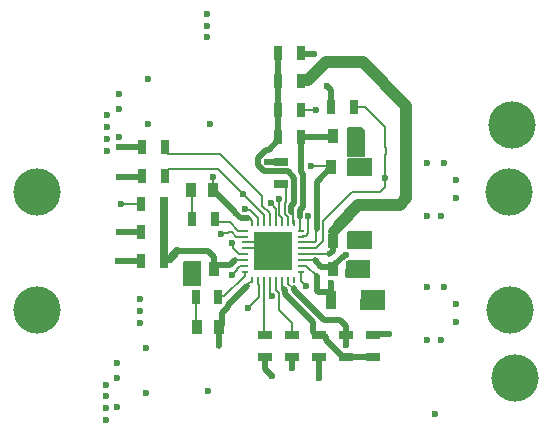
<source format=gbl>
G04*
G04 #@! TF.GenerationSoftware,Altium Limited,Altium Designer,24.1.2 (44)*
G04*
G04 Layer_Physical_Order=6*
G04 Layer_Color=16711680*
%FSLAX44Y44*%
%MOMM*%
G71*
G04*
G04 #@! TF.SameCoordinates,484C763D-0509-4B11-89FF-D8E859C25604*
G04*
G04*
G04 #@! TF.FilePolarity,Positive*
G04*
G01*
G75*
%ADD10C,0.2000*%
%ADD22C,0.5000*%
%ADD23C,4.0000*%
%ADD24C,0.6000*%
%ADD29C,1.0000*%
%ADD30R,0.2300X0.6000*%
%ADD31R,0.6000X0.2300*%
%ADD32R,3.3000X3.3000*%
%ADD33R,1.3000X0.7000*%
%ADD34R,0.9000X1.3000*%
%ADD35R,0.9000X1.6000*%
%ADD36R,0.7000X1.3000*%
%ADD37C,0.7000*%
%ADD38C,0.9000*%
G36*
X325182Y354818D02*
X327739Y352261D01*
Y330081D01*
X312664D01*
X312519Y330432D01*
Y354348D01*
X313433Y355230D01*
X325182Y354818D01*
D02*
G37*
G36*
X333417Y313517D02*
X333066Y313372D01*
X313322D01*
X312440Y314286D01*
X312934Y328372D01*
X313153Y328592D01*
X333417D01*
Y313517D01*
D02*
G37*
G36*
X333510Y251859D02*
X333159Y251714D01*
X313685D01*
X312995Y252000D01*
X312528Y252484D01*
X313027Y266714D01*
X313246Y266934D01*
X333510D01*
Y251859D01*
D02*
G37*
G36*
X332344Y227431D02*
X331993Y227286D01*
X312249D01*
X311367Y228199D01*
X311845Y241822D01*
X312720Y241996D01*
X312726Y242000D01*
X312995D01*
X314215Y242505D01*
X332344D01*
Y227431D01*
D02*
G37*
G36*
X188927Y241488D02*
Y220638D01*
X173853D01*
X173708Y220989D01*
Y240745D01*
X174611Y241638D01*
X188927Y241488D01*
D02*
G37*
G36*
X344785Y200000D02*
X324626D01*
X323744Y200914D01*
X324302Y216821D01*
X324521Y217040D01*
X344785D01*
Y200000D01*
D02*
G37*
%LPC*%
G36*
X181000Y238059D02*
X179830Y237826D01*
X178837Y237163D01*
X178837D01*
X178174Y236171D01*
X177941Y235000D01*
X178174Y233829D01*
X178837Y232837D01*
X179830Y232174D01*
X181000Y231941D01*
X182171Y232174D01*
X183163Y232837D01*
Y232837D01*
X183826Y233829D01*
X184059Y235000D01*
X183826Y236171D01*
X183163Y237163D01*
X182171Y237826D01*
X181000Y238059D01*
D02*
G37*
%LPD*%
D10*
X262350Y274150D02*
X262500Y274000D01*
X260000Y281225D02*
X262350Y278875D01*
X272500Y279270D02*
X272582Y279188D01*
X257000Y307000D02*
X258500D01*
X265500Y283503D02*
X266650Y282353D01*
X260000Y281225D02*
Y290515D01*
X266650Y276700D02*
Y282353D01*
X267350Y274150D02*
Y276000D01*
X255000Y280568D02*
Y294000D01*
X257350Y274150D02*
X257500Y274000D01*
X266650Y276700D02*
X267350Y276000D01*
X255000Y280568D02*
X257350Y278218D01*
X280000Y280000D02*
X280000Y280000D01*
X262350Y274150D02*
Y278875D01*
X272500Y279270D02*
Y279330D01*
X260000Y290515D02*
X261000Y291515D01*
Y304500D01*
X280000Y265107D02*
Y280000D01*
X258500Y307000D02*
X261000Y304500D01*
X257350Y274150D02*
Y278218D01*
X267350Y274150D02*
X267500Y274000D01*
X290517Y247500D02*
X297500D01*
X290017Y248000D02*
X290517Y247500D01*
X282535D02*
X283035Y248000D01*
X274000Y247500D02*
X282535D01*
X274000Y242500D02*
X285500D01*
X283035Y248000D02*
X290017D01*
X277543Y262650D02*
X280000Y265107D01*
X272582Y267650D02*
X272732Y267500D01*
X272582Y267650D02*
Y279188D01*
X272732Y267500D02*
X273500D01*
X275211D02*
X275361Y267650D01*
X274150Y262650D02*
X277543D01*
X274000Y262500D02*
X274150Y262650D01*
X274000Y257500D02*
X285500D01*
X286672Y258672D02*
Y268322D01*
X287000Y268650D01*
X285500Y257500D02*
X286672Y258672D01*
X292500Y275500D02*
X317000Y300000D01*
X292500Y258500D02*
Y275500D01*
X286650Y252650D02*
X292500Y258500D01*
X238000Y262000D02*
X242500Y257500D01*
X247500Y252500D02*
X250000Y250000D01*
X226000Y257500D02*
X242500D01*
X247500Y252500D01*
X206000Y265000D02*
X206765Y265765D01*
X211848D01*
X212082Y266000D01*
X215249D01*
X230478Y277872D02*
X232350Y276000D01*
X229242Y277872D02*
X230478D01*
X266607Y218500D02*
X267540D01*
X262650Y222457D02*
X266607Y218500D01*
X252500Y217025D02*
X255040Y214485D01*
Y199960D02*
Y214485D01*
X258672Y218152D02*
X259152D01*
X252500Y217025D02*
Y226000D01*
X257500Y219323D02*
Y226000D01*
Y219323D02*
X258672Y218152D01*
X266000Y179500D02*
Y189000D01*
X255040Y199960D02*
X266000Y189000D01*
X262650Y222457D02*
Y225850D01*
X282000Y322000D02*
X300500D01*
X218302Y242500D02*
X226000D01*
X218039Y242237D02*
X218302Y242500D01*
X215000Y230000D02*
X219460Y234460D01*
X221694Y237350D02*
X225850D01*
X219460Y234460D02*
Y235116D01*
X221694Y237350D01*
X221318Y247500D02*
X226000D01*
X215765Y253053D02*
Y256235D01*
Y253053D02*
X221318Y247500D01*
X215000Y257000D02*
X215765Y256235D01*
X215249Y266000D02*
X218749Y262500D01*
X226000D01*
X181000Y235000D02*
X181000Y235000D01*
X252500Y274000D02*
Y286163D01*
X274000Y225000D02*
Y232500D01*
Y225000D02*
X278000Y221000D01*
X248000Y290663D02*
Y291000D01*
Y290663D02*
X252500Y286163D01*
X226000Y252500D02*
X247500D01*
X225850Y237350D02*
X226000Y237500D01*
X157500Y242000D02*
X159328Y243828D01*
X274328Y394828D02*
X277703D01*
X273500Y394000D02*
X274328Y394828D01*
X300500Y259000D02*
Y266500D01*
X317000Y300000D02*
X340828D01*
X274150Y252650D02*
X286650D01*
X180500Y301500D02*
X181500Y300500D01*
Y277500D02*
Y300500D01*
X184500Y187000D02*
X185500Y186000D01*
X184500Y187000D02*
Y211000D01*
X226000Y229000D02*
Y232500D01*
X208828Y211828D02*
X226000Y229000D01*
X204328Y211828D02*
X208828D01*
X203500Y211000D02*
X204328Y211828D01*
X228000Y221500D02*
X230500Y224000D01*
X232350D01*
X232500Y224150D02*
Y226000D01*
X232350Y224000D02*
X232500Y224150D01*
X228000Y221000D02*
Y221500D01*
X237650Y222128D02*
Y225850D01*
Y222128D02*
X238000Y221778D01*
Y211000D02*
Y221778D01*
X237500Y226000D02*
X237650Y225850D01*
X229000Y202000D02*
X238000Y211000D01*
X230422Y285235D02*
X237350Y278306D01*
X226765Y285235D02*
X230422D01*
X237350Y274150D02*
Y278306D01*
X345000Y331751D02*
X345540Y332291D01*
Y337709D01*
X345000Y338249D02*
X345540Y337709D01*
X328000Y372000D02*
X345000Y355000D01*
Y338249D02*
Y355000D01*
Y312000D02*
Y331751D01*
X344828Y304000D02*
Y311828D01*
X345000Y312000D01*
X340828Y300000D02*
X344828Y304000D01*
X289000Y160500D02*
Y161500D01*
X271500Y370000D02*
X286000D01*
X138500Y290000D02*
X139500D01*
X121000D02*
X138500D01*
X318500Y372000D02*
X328000D01*
X203791Y319540D02*
X224415Y298915D01*
X181334Y319500D02*
X181374Y319540D01*
X199000Y302000D02*
Y313000D01*
X161000Y319500D02*
X181334D01*
X199000Y302000D02*
X199500Y301500D01*
X158500Y317000D02*
X161000Y319500D01*
X158500Y314000D02*
Y317000D01*
X181374Y319540D02*
X203791D01*
X224415Y298915D02*
X242500Y280831D01*
X226000Y286000D02*
X226765Y285235D01*
X205500Y332500D02*
X241000Y297000D01*
Y288751D02*
X247500Y282251D01*
X241000Y288751D02*
Y297000D01*
X237350Y274150D02*
X237500Y274000D01*
X242500D02*
Y280831D01*
X247500Y274000D02*
Y282251D01*
X161000Y332500D02*
X205500D01*
X158500Y335000D02*
X161000Y332500D01*
X158500Y335000D02*
Y338000D01*
X297500Y370000D02*
X299500Y372000D01*
X274000Y252500D02*
X274150Y252650D01*
X278306Y237350D02*
X287000Y228656D01*
X274150Y237350D02*
X278306D01*
X247500Y214622D02*
Y226000D01*
X249040Y212000D02*
Y213082D01*
X247500Y214622D02*
X249040Y213082D01*
X242500Y180000D02*
Y226000D01*
Y180000D02*
X243000Y179500D01*
X157500Y289000D02*
X158500Y290000D01*
X157500Y242000D02*
Y245000D01*
X213749Y274500D02*
X220749Y267500D01*
X226000D01*
X200500Y277000D02*
X203000Y274500D01*
X213749D01*
X200500Y277000D02*
Y277500D01*
D22*
X265500Y288237D02*
X268000Y290737D01*
X272500Y279330D02*
Y285337D01*
X275000Y287837D01*
X268000Y290737D02*
Y312364D01*
X275000Y287837D02*
Y315264D01*
X265500Y283503D02*
Y288237D01*
X285500Y242500D02*
X291000Y237000D01*
X300500D01*
X310964Y246235D02*
X311729Y247000D01*
X309735Y246235D02*
X310964D01*
X302328Y238829D02*
X309735Y246235D01*
X311729Y247000D02*
X312000D01*
X273500Y316763D02*
X275000Y315264D01*
X273500Y316763D02*
Y347000D01*
X287000Y308500D02*
X299500Y321000D01*
X287000Y268650D02*
Y308500D01*
X217960Y282670D02*
Y283040D01*
X201500Y299500D02*
X217960Y283040D01*
X222758Y277872D02*
X229242D01*
X217960Y282670D02*
X222758Y277872D01*
X267540Y217567D02*
X293107Y192000D01*
X260540Y213460D02*
X283500Y190500D01*
X267540Y217567D02*
Y218500D01*
X259152Y218152D02*
X260540Y216763D01*
Y213460D02*
Y216763D01*
X262735Y317629D02*
X268000Y312364D01*
X253500Y343000D02*
Y346000D01*
X244322Y335929D02*
X246429D01*
X237500Y322893D02*
X242765Y317629D01*
X237500Y322893D02*
Y329107D01*
X253500Y346000D02*
X254500Y347000D01*
X237500Y329107D02*
X244322Y335929D01*
X246429D02*
X253500Y343000D01*
X242765Y317629D02*
X262735D01*
X206500Y197636D02*
X211500Y202636D01*
X206500Y188000D02*
Y197636D01*
X211500Y204500D02*
X228000Y221000D01*
X211500Y202636D02*
Y204500D01*
X200000Y238040D02*
Y245000D01*
Y235960D02*
Y238040D01*
X213842D02*
X218039Y242237D01*
X202000Y238040D02*
X213842D01*
X200000Y236040D02*
X202000Y238040D01*
X339000Y180000D02*
X348000D01*
X276000Y417000D02*
X285000D01*
X266000Y151500D02*
Y160500D01*
X245000Y326000D02*
X254000D01*
X200000Y235000D02*
Y235960D01*
X169000Y250000D02*
X195000D01*
X200000Y245000D01*
X297500Y247500D02*
X300500Y250500D01*
Y259000D01*
X283500Y182000D02*
Y190500D01*
X293107Y192000D02*
X307000D01*
X204500Y186000D02*
X206500Y188000D01*
X204500Y170500D02*
Y186000D01*
X204000Y170000D02*
X204250Y170250D01*
X299000Y223000D02*
X299500Y222500D01*
X204250Y170250D02*
X204500Y170500D01*
X289000Y143000D02*
Y160500D01*
X243000Y150000D02*
X249000Y144000D01*
X243000Y150000D02*
Y158000D01*
X296000Y390000D02*
X299500Y386500D01*
Y372000D02*
Y386500D01*
X120000Y338000D02*
X138500D01*
X120000Y313000D02*
X138500D01*
X119000Y242000D02*
X137500D01*
X254500Y394000D02*
Y418000D01*
Y370000D02*
Y394000D01*
Y347000D02*
Y370000D01*
X254500Y418000D02*
X254500Y418000D01*
X273500Y347000D02*
X299500D01*
X300500Y348000D01*
X120000Y266000D02*
X138500D01*
X299500Y212328D02*
Y222500D01*
Y209000D02*
Y212328D01*
X296000Y215828D02*
X299500Y212328D01*
X288172Y215828D02*
X296000D01*
X287000Y217000D02*
X288172Y215828D01*
X287000Y217000D02*
Y228656D01*
X312000Y171000D02*
X312000Y171000D01*
X312000Y171000D02*
Y179500D01*
Y187000D01*
X307000Y192000D02*
X312000Y187000D01*
X294500Y175000D02*
X309000Y160500D01*
X289000Y179500D02*
X292000D01*
X309000Y160500D02*
X312000D01*
X294500Y175000D02*
Y177000D01*
X292000Y179500D02*
X294500Y177000D01*
X335000Y160500D02*
X335000Y160500D01*
X312000Y160500D02*
X335000D01*
X283500Y182000D02*
X286000Y179500D01*
X289000D01*
X157500Y266000D02*
X157500Y266000D01*
D23*
X452000Y357000D02*
D03*
X455000Y143000D02*
D03*
X450000Y300000D02*
D03*
X451000Y200000D02*
D03*
X50000D02*
D03*
Y300000D02*
D03*
D24*
X117677Y142479D02*
D03*
Y155178D02*
D03*
X108225Y137049D02*
D03*
Y127049D02*
D03*
Y117049D02*
D03*
Y107049D02*
D03*
X117800Y118236D02*
D03*
X119353Y346408D02*
D03*
X109778Y335221D02*
D03*
Y345221D02*
D03*
Y355221D02*
D03*
Y365221D02*
D03*
X185000Y225000D02*
D03*
X177268Y225199D02*
D03*
X324147Y333498D02*
D03*
X315940Y333678D02*
D03*
X341368Y213449D02*
D03*
X341188Y205242D02*
D03*
X328927Y238914D02*
D03*
X328747Y230707D02*
D03*
X330093Y263342D02*
D03*
X329913Y255135D02*
D03*
X329820Y316793D02*
D03*
X380000Y175000D02*
D03*
Y220000D02*
D03*
X405000Y190000D02*
D03*
Y205000D02*
D03*
X395000Y220000D02*
D03*
X392200Y174583D02*
D03*
Y279583D02*
D03*
X395000Y325000D02*
D03*
X405000Y310000D02*
D03*
Y295000D02*
D03*
X380000Y325000D02*
D03*
X137433Y199455D02*
D03*
Y189455D02*
D03*
Y209455D02*
D03*
X194000Y431000D02*
D03*
Y451000D02*
D03*
X280000Y280000D02*
D03*
X263000Y262000D02*
D03*
Y239000D02*
D03*
X238000D02*
D03*
Y262000D02*
D03*
X206000Y265000D02*
D03*
X226000Y286000D02*
D03*
X215000Y257000D02*
D03*
X330000Y325000D02*
D03*
X380000Y280000D02*
D03*
X285000Y417000D02*
D03*
X348000Y180000D02*
D03*
X278000Y221000D02*
D03*
X266000Y151500D02*
D03*
X255000Y294000D02*
D03*
X245000Y326000D02*
D03*
X248000Y291000D02*
D03*
X194000Y441000D02*
D03*
X119230Y383350D02*
D03*
Y370650D02*
D03*
X387000Y112000D02*
D03*
X215000Y230000D02*
D03*
X312000Y247000D02*
D03*
X345000Y312000D02*
D03*
X196735Y357950D02*
D03*
X195000Y132000D02*
D03*
X142230Y168050D02*
D03*
Y129950D02*
D03*
X144230Y357950D02*
D03*
Y396050D02*
D03*
X249000Y144000D02*
D03*
X121000Y290000D02*
D03*
X286000Y370000D02*
D03*
X296000Y390000D02*
D03*
X282000Y322000D02*
D03*
X289000Y143000D02*
D03*
X120000Y338000D02*
D03*
Y313000D02*
D03*
X119000Y242000D02*
D03*
X199000Y313000D02*
D03*
X224415Y298915D02*
D03*
X120000Y266000D02*
D03*
X299250Y222750D02*
D03*
X312000Y171000D02*
D03*
X249040Y212000D02*
D03*
X204250Y170250D02*
D03*
X229000Y202000D02*
D03*
D29*
X295000Y410000D02*
X326000D01*
X279828Y394828D02*
X295000Y410000D01*
X277703Y394828D02*
X279828D01*
X326000Y410000D02*
X363000Y373000D01*
X357142Y289000D02*
X363000Y294858D01*
X322000Y289000D02*
X357142D01*
X305500Y272500D02*
X322000Y289000D01*
X363000Y294858D02*
Y373000D01*
D30*
X267500Y274000D02*
D03*
X262500D02*
D03*
X247500D02*
D03*
X242500D02*
D03*
X237500D02*
D03*
X232500D02*
D03*
Y226000D02*
D03*
X237500D02*
D03*
X242500D02*
D03*
X247500D02*
D03*
X252500D02*
D03*
X257500D02*
D03*
X262500D02*
D03*
X267500D02*
D03*
X252500Y274000D02*
D03*
X257500D02*
D03*
D31*
X226000Y267500D02*
D03*
Y262500D02*
D03*
Y247500D02*
D03*
Y242500D02*
D03*
Y237500D02*
D03*
Y232500D02*
D03*
X274000Y237500D02*
D03*
Y242500D02*
D03*
Y247500D02*
D03*
Y252500D02*
D03*
Y257500D02*
D03*
Y262500D02*
D03*
Y267500D02*
D03*
X226000Y252500D02*
D03*
Y257500D02*
D03*
X274000Y232500D02*
D03*
D32*
X250000Y250000D02*
D03*
D33*
X243000Y179500D02*
D03*
Y160500D02*
D03*
X266000Y179500D02*
D03*
Y160500D02*
D03*
X289000Y179500D02*
D03*
Y160500D02*
D03*
X312000Y160500D02*
D03*
Y179500D02*
D03*
X335000Y160500D02*
D03*
Y179500D02*
D03*
X257000Y307000D02*
D03*
Y326000D02*
D03*
D34*
X300500Y259000D02*
D03*
X319500D02*
D03*
X300500Y235000D02*
D03*
X319500D02*
D03*
X299500Y321000D02*
D03*
X318500D02*
D03*
X300500Y348000D02*
D03*
X319500D02*
D03*
X204500Y186000D02*
D03*
X185500D02*
D03*
X200000Y235000D02*
D03*
X181000D02*
D03*
X180500Y301500D02*
D03*
X199500D02*
D03*
D35*
X299500Y209000D02*
D03*
X330500D02*
D03*
D36*
X318500Y372000D02*
D03*
X299500D02*
D03*
X254500Y347000D02*
D03*
X273500D02*
D03*
X254500Y370000D02*
D03*
X273500D02*
D03*
X254500Y394000D02*
D03*
X273500D02*
D03*
X254500Y418000D02*
D03*
X273500D02*
D03*
X184500Y211000D02*
D03*
X203500D02*
D03*
X200500Y277500D02*
D03*
X181500D02*
D03*
X157500Y242000D02*
D03*
X138500D02*
D03*
X157500Y266000D02*
D03*
X138500D02*
D03*
X138500Y290000D02*
D03*
X157500D02*
D03*
X158500Y314000D02*
D03*
X139500D02*
D03*
X158500Y338000D02*
D03*
X139500D02*
D03*
D37*
X162828Y243828D02*
X169000Y250000D01*
X159328Y243828D02*
X162828D01*
X157500Y266000D02*
Y289000D01*
X157500Y245000D02*
Y266000D01*
D38*
X300500Y267500D02*
X305500Y272500D01*
M02*

</source>
